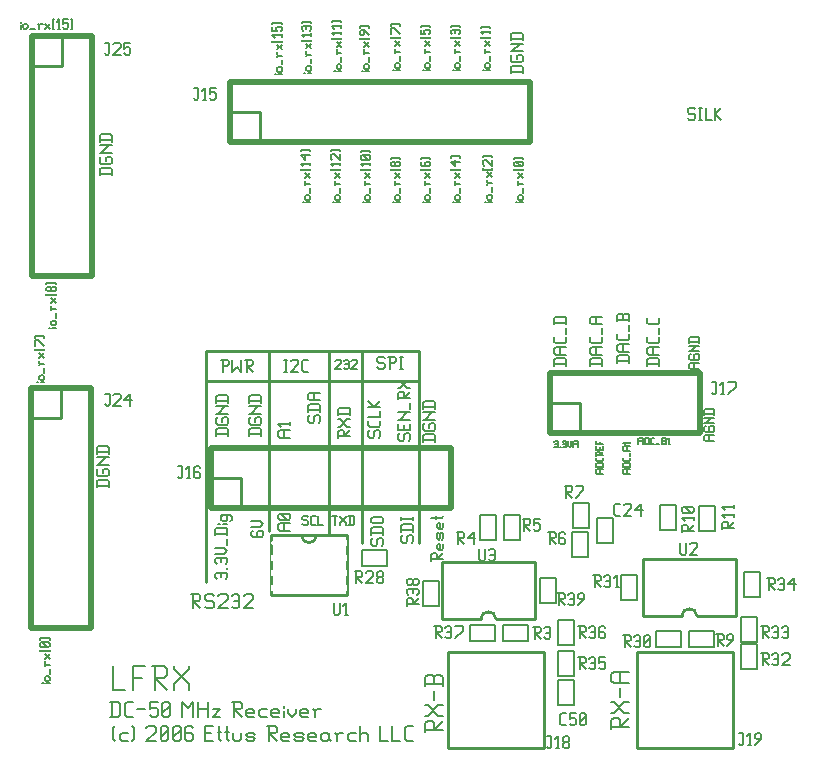
<source format=gbr>
G04 Title: RX Daughterboard, silkscreen, component side *
G04 Creator: pcb-bin 1.99q *
G04 CreationDate: Thu Mar  2 20:16:20 2006 UTC *
G04 For: matt *
G04 Format: Gerber/RS-274X *
G04 PCB-Dimensions: 275000 250000 *
G04 PCB-Coordinate-Origin: lower left *
%MOIN*%
%FSLAX24Y24*%
%IPPOS*%
%ADD11C,0.0080*%
%ADD12C,0.0280*%
%ADD13C,0.0100*%
%ADD14C,0.0300*%
%ADD15R,0.0240X0.0240*%
%ADD16R,0.0440X0.0440*%
%ADD17R,0.0300X0.0300*%
%ADD18C,0.0060*%
%ADD19R,0.0200X0.0200*%
%ADD20R,0.0540X0.0540*%
%ADD21C,0.0200*%
%ADD22C,0.0500*%
%ADD23R,0.0500X0.0500*%
%ADD24R,0.0600X0.0600*%
%ADD25R,0.0660X0.0660*%
%ADD26R,0.0900X0.0900X0.0600X0.0600*%
%ADD27R,0.0900X0.0900*%
%ADD28C,0.0600*%
%ADD29C,0.0660*%
%AMTHERM1*7,0,0,0.0900,0.0600,0.0100,45*%
%ADD30THERM1*%
%ADD31C,0.0900X0.0600*%
%ADD32C,0.0900*%
%ADD33C,0.1200X0.0900*%
%ADD34C,0.1200*%
%ADD35C,0.0150*%
%AMTHERM2*7,0,0,0.1200,0.0900,0.0150,45*%
%ADD36THERM2*%
%ADD37C,0.0720*%
%ADD38C,0.0920X0.0720*%
%ADD39C,0.0920*%
%ADD40C,0.0240*%
%ADD41C,0.0340*%
%ADD42C,0.1320*%
%ADD43C,0.1100*%
%ADD44C,0.1520*%
%ADD45C,0.1520X0.1320*%
%ADD46C,0.0400*%
%ADD47C,0.0600X0.0400*%
%AMTHERM3*7,0,0,0.0600,0.0400,0.0100,45*%
%ADD48THERM3*%
%ADD49C,0.0360*%
%ADD50C,0.0560*%
%ADD51C,0.0560X0.0360*%
%AMTHERM4*7,0,0,0.0560,0.0360,0.0080,45*%
%ADD52THERM4*%
%LNGROUP_3*%
%LPD*%
G01X0Y0D02*
G54D18*X18130Y1680D02*X18670D01*
Y2520D02*Y1680D01*
X18130Y2520D02*X18670D01*
X18130D02*Y1680D01*
G04 Text: C50 *
G54D11*X18250Y1020D02*X18400D01*
X18200Y1070D02*X18250Y1020D01*
X18200Y1370D02*Y1070D01*
Y1370D02*X18250Y1420D01*
X18400D01*
X18520D02*X18720D01*
X18520D02*Y1220D01*
X18570Y1270D01*
X18670D01*
X18720Y1220D01*
Y1070D01*
X18670Y1020D02*X18720Y1070D01*
X18570Y1020D02*X18670D01*
X18520Y1070D02*X18570Y1020D01*
X18840Y1070D02*X18890Y1020D01*
X18840Y1370D02*Y1070D01*
Y1370D02*X18890Y1420D01*
X18990D01*
X19040Y1370D01*
Y1070D01*
X18990Y1020D02*X19040Y1070D01*
X18890Y1020D02*X18990D01*
X18840Y1120D02*X19040Y1320D01*
G54D18*X18130Y2640D02*X18670D01*
Y3480D02*Y2640D01*
X18130Y3480D02*X18670D01*
X18130D02*Y2640D01*
G04 Text: R35 *
G54D11*X18800Y3280D02*X19000D01*
X19050Y3230D01*
Y3130D01*
X19000Y3080D02*X19050Y3130D01*
X18850Y3080D02*X19000D01*
X18850Y3280D02*Y2880D01*
Y3080D02*X19050Y2880D01*
X19170Y3230D02*X19220Y3280D01*
X19320D01*
X19370Y3230D01*
Y2930D01*
X19320Y2880D02*X19370Y2930D01*
X19220Y2880D02*X19320D01*
X19170Y2930D02*X19220Y2880D01*
Y3080D02*X19370D01*
X19490Y3280D02*X19690D01*
X19490D02*Y3080D01*
X19540Y3130D01*
X19640D01*
X19690Y3080D01*
Y2930D01*
X19640Y2880D02*X19690Y2930D01*
X19540Y2880D02*X19640D01*
X19490Y2930D02*X19540Y2880D01*
G54D13*X17350Y6450D02*Y4550D01*
X14250Y6450D02*X17350D01*
X14250D02*Y4550D01*
X16050D02*X17350D01*
X14250D02*X15550D01*
X16050D02*G75*G03X15550Y4550I-250J0D01*G01*
G04 Text: U3 *
G54D11*X15500Y6900D02*Y6550D01*
X15550Y6500D01*
X15650D01*
X15700Y6550D01*
Y6900D02*Y6550D01*
X15820Y6850D02*X15870Y6900D01*
X15970D01*
X16020Y6850D01*
Y6550D01*
X15970Y6500D02*X16020Y6550D01*
X15870Y6500D02*X15970D01*
X15820Y6550D02*X15870Y6500D01*
Y6700D02*X16020D01*
G54D18*X17530Y5080D02*X18070D01*
Y5920D02*Y5080D01*
X17530Y5920D02*X18070D01*
X17530D02*Y5080D01*
G04 Text: R39 *
G54D11*X18100Y5420D02*X18300D01*
X18350Y5370D01*
Y5270D01*
X18300Y5220D02*X18350Y5270D01*
X18150Y5220D02*X18300D01*
X18150Y5420D02*Y5020D01*
Y5220D02*X18350Y5020D01*
X18470Y5370D02*X18520Y5420D01*
X18620D01*
X18670Y5370D01*
Y5070D01*
X18620Y5020D02*X18670Y5070D01*
X18520Y5020D02*X18620D01*
X18470Y5070D02*X18520Y5020D01*
Y5220D02*X18670D01*
X18790Y5020D02*X18990Y5220D01*
Y5370D02*Y5220D01*
X18940Y5420D02*X18990Y5370D01*
X18840Y5420D02*X18940D01*
X18790Y5370D02*X18840Y5420D01*
X18790Y5370D02*Y5270D01*
X18840Y5220D01*
X18990D01*
G54D18*X13630Y4980D02*X14170D01*
Y5820D02*Y4980D01*
X13630Y5820D02*X14170D01*
X13630D02*Y4980D01*
G04 Text: R38 *
G54D11*X13080Y5200D02*Y5000D01*
Y5200D02*X13130Y5250D01*
X13230D01*
X13280Y5200D02*X13230Y5250D01*
X13280Y5200D02*Y5050D01*
X13080D02*X13480D01*
X13280D02*X13480Y5250D01*
X13130Y5370D02*X13080Y5420D01*
Y5520D02*Y5420D01*
Y5520D02*X13130Y5570D01*
X13430D01*
X13480Y5520D02*X13430Y5570D01*
X13480Y5520D02*Y5420D01*
X13430Y5370D02*X13480Y5420D01*
X13280Y5570D02*Y5420D01*
X13430Y5690D02*X13480Y5740D01*
X13330Y5690D02*X13430D01*
X13330D02*X13280Y5740D01*
Y5840D02*Y5740D01*
Y5840D02*X13330Y5890D01*
X13430D01*
X13480Y5840D02*X13430Y5890D01*
X13480Y5840D02*Y5740D01*
X13230Y5690D02*X13280Y5740D01*
X13130Y5690D02*X13230D01*
X13130D02*X13080Y5740D01*
Y5840D02*Y5740D01*
Y5840D02*X13130Y5890D01*
X13230D01*
X13280Y5840D02*X13230Y5890D01*
G54D18*X18130Y3680D02*X18670D01*
Y4520D02*Y3680D01*
X18130Y4520D02*X18670D01*
X18130D02*Y3680D01*
G04 Text: R36 *
G54D11*X18800Y4320D02*X19000D01*
X19050Y4270D01*
Y4170D01*
X19000Y4120D02*X19050Y4170D01*
X18850Y4120D02*X19000D01*
X18850Y4320D02*Y3920D01*
Y4120D02*X19050Y3920D01*
X19170Y4270D02*X19220Y4320D01*
X19320D01*
X19370Y4270D01*
Y3970D01*
X19320Y3920D02*X19370Y3970D01*
X19220Y3920D02*X19320D01*
X19170Y3970D02*X19220Y3920D01*
Y4120D02*X19370D01*
X19640Y4320D02*X19690Y4270D01*
X19540Y4320D02*X19640D01*
X19490Y4270D02*X19540Y4320D01*
X19490Y4270D02*Y3970D01*
X19540Y3920D01*
X19640Y4120D02*X19690Y4070D01*
X19490Y4120D02*X19640D01*
X19540Y3920D02*X19640D01*
X19690Y3970D01*
Y4070D02*Y3970D01*
G54D18*X20230Y5180D02*X20770D01*
Y6020D02*Y5180D01*
X20230Y6020D02*X20770D01*
X20230D02*Y5180D01*
G04 Text: R31 *
G54D11*X19300Y6020D02*X19500D01*
X19550Y5970D01*
Y5870D01*
X19500Y5820D02*X19550Y5870D01*
X19350Y5820D02*X19500D01*
X19350Y6020D02*Y5620D01*
Y5820D02*X19550Y5620D01*
X19670Y5970D02*X19720Y6020D01*
X19820D01*
X19870Y5970D01*
Y5670D01*
X19820Y5620D02*X19870Y5670D01*
X19720Y5620D02*X19820D01*
X19670Y5670D02*X19720Y5620D01*
Y5820D02*X19870D01*
X20040Y5620D02*X20140D01*
X20090Y6020D02*Y5620D01*
X19990Y5920D02*X20090Y6020D01*
G54D18*X22220Y4170D02*Y3630D01*
X21380Y4170D02*X22220D01*
X21380D02*Y3630D01*
X22220D01*
G04 Text: R30 *
G54D11*X20300Y4020D02*X20500D01*
X20550Y3970D01*
Y3870D01*
X20500Y3820D02*X20550Y3870D01*
X20350Y3820D02*X20500D01*
X20350Y4020D02*Y3620D01*
Y3820D02*X20550Y3620D01*
X20670Y3970D02*X20720Y4020D01*
X20820D01*
X20870Y3970D01*
Y3670D01*
X20820Y3620D02*X20870Y3670D01*
X20720Y3620D02*X20820D01*
X20670Y3670D02*X20720Y3620D01*
Y3820D02*X20870D01*
X20990Y3670D02*X21040Y3620D01*
X20990Y3970D02*Y3670D01*
Y3970D02*X21040Y4020D01*
X21140D01*
X21190Y3970D01*
Y3670D01*
X21140Y3620D02*X21190Y3670D01*
X21040Y3620D02*X21140D01*
X20990Y3720D02*X21190Y3920D01*
G54D13*X24050Y6550D02*Y4650D01*
X20950Y6550D02*X24050D01*
X20950D02*Y4650D01*
X22750D02*X24050D01*
X20950D02*X22250D01*
X22750D02*G75*G03X22250Y4650I-250J0D01*G01*
G04 Text: U2 *
G54D11*X22200Y7100D02*Y6750D01*
X22250Y6700D01*
X22350D01*
X22400Y6750D01*
Y7100D02*Y6750D01*
X22520Y7050D02*X22570Y7100D01*
X22720D01*
X22770Y7050D01*
Y6950D01*
X22520Y6700D02*X22770Y6950D01*
X22520Y6700D02*X22770D01*
G54D13*X8560Y7350D02*X10070D01*
X9570D02*X11080D01*
Y5350D01*
X8560D02*X11080D01*
X8560Y7350D02*Y5350D01*
X9570Y7350D02*G75*G03X10070Y7350I250J0D01*G01*
G04 Text: U1 *
G54D11*X10650Y5100D02*Y4750D01*
X10700Y4700D01*
X10800D01*
X10850Y4750D01*
Y5100D02*Y4750D01*
X11020Y4700D02*X11120D01*
X11070Y5100D02*Y4700D01*
X10970Y5000D02*X11070Y5100D01*
G54D18*X24330Y5280D02*X24870D01*
Y6120D02*Y5280D01*
X24330Y6120D02*X24870D01*
X24330D02*Y5280D01*
G04 Text: R34 *
G54D11*X25100Y5920D02*X25300D01*
X25350Y5870D01*
Y5770D01*
X25300Y5720D02*X25350Y5770D01*
X25150Y5720D02*X25300D01*
X25150Y5920D02*Y5520D01*
Y5720D02*X25350Y5520D01*
X25470Y5870D02*X25520Y5920D01*
X25620D01*
X25670Y5870D01*
Y5570D01*
X25620Y5520D02*X25670Y5570D01*
X25520Y5520D02*X25620D01*
X25470Y5570D02*X25520Y5520D01*
Y5720D02*X25670D01*
X25790D02*X25990Y5920D01*
X25790Y5720D02*X26040D01*
X25990Y5920D02*Y5520D01*
G54D18*X24230Y3780D02*X24770D01*
Y4620D02*Y3780D01*
X24230Y4620D02*X24770D01*
X24230D02*Y3780D01*
G04 Text: R33 *
G54D11*X24900Y4320D02*X25100D01*
X25150Y4270D01*
Y4170D01*
X25100Y4120D02*X25150Y4170D01*
X24950Y4120D02*X25100D01*
X24950Y4320D02*Y3920D01*
Y4120D02*X25150Y3920D01*
X25270Y4270D02*X25320Y4320D01*
X25420D01*
X25470Y4270D01*
Y3970D01*
X25420Y3920D02*X25470Y3970D01*
X25320Y3920D02*X25420D01*
X25270Y3970D02*X25320Y3920D01*
Y4120D02*X25470D01*
X25590Y4270D02*X25640Y4320D01*
X25740D01*
X25790Y4270D01*
Y3970D01*
X25740Y3920D02*X25790Y3970D01*
X25640Y3920D02*X25740D01*
X25590Y3970D02*X25640Y3920D01*
Y4120D02*X25790D01*
G54D21*X600Y24000D02*Y16000D01*
X2600D01*
Y24000D02*Y16000D01*
X600Y24000D02*X2600D01*
G54D13*X600Y23000D02*X1600D01*
Y24000D02*Y23000D01*
G04 Text: J25 *
G54D11*X3020Y23760D02*X3170D01*
Y23410D01*
X3120Y23360D02*X3170Y23410D01*
X3070Y23360D02*X3120D01*
X3020Y23410D02*X3070Y23360D01*
X3290Y23710D02*X3340Y23760D01*
X3490D01*
X3540Y23710D01*
Y23610D01*
X3290Y23360D02*X3540Y23610D01*
X3290Y23360D02*X3540D01*
X3660Y23760D02*X3860D01*
X3660D02*Y23560D01*
X3710Y23610D01*
X3810D01*
X3860Y23560D01*
Y23410D01*
X3810Y23360D02*X3860Y23410D01*
X3710Y23360D02*X3810D01*
X3660Y23410D02*X3710Y23360D01*
G54D21*X550Y12250D02*Y4250D01*
X2550D01*
Y12250D02*Y4250D01*
X550Y12250D02*X2550D01*
G54D13*X550Y11250D02*X1550D01*
Y12250D02*Y11250D01*
G04 Text: J24 *
G54D11*X3030Y12060D02*X3180D01*
Y11710D01*
X3130Y11660D02*X3180Y11710D01*
X3080Y11660D02*X3130D01*
X3030Y11710D02*X3080Y11660D01*
X3300Y12010D02*X3350Y12060D01*
X3500D01*
X3550Y12010D01*
Y11910D01*
X3300Y11660D02*X3550Y11910D01*
X3300Y11660D02*X3550D01*
X3670Y11860D02*X3870Y12060D01*
X3670Y11860D02*X3920D01*
X3870Y12060D02*Y11660D01*
G54D18*X16020Y4370D02*Y3830D01*
X15180Y4370D02*X16020D01*
X15180D02*Y3830D01*
X16020D01*
G04 Text: R37 *
G54D11*X14000Y4320D02*X14200D01*
X14250Y4270D01*
Y4170D01*
X14200Y4120D02*X14250Y4170D01*
X14050Y4120D02*X14200D01*
X14050Y4320D02*Y3920D01*
Y4120D02*X14250Y3920D01*
X14370Y4270D02*X14420Y4320D01*
X14520D01*
X14570Y4270D01*
Y3970D01*
X14520Y3920D02*X14570Y3970D01*
X14420Y3920D02*X14520D01*
X14370Y3970D02*X14420Y3920D01*
Y4120D02*X14570D01*
X14690Y3920D02*X14940Y4170D01*
Y4320D02*Y4170D01*
X14690Y4320D02*X14940D01*
G54D21*X6550Y8250D02*X14550D01*
Y10250D02*Y8250D01*
X6550Y10250D02*X14550D01*
X6550D02*Y8250D01*
G54D13*X7550Y9250D02*Y8250D01*
X6550Y9250D02*X7550D01*
G04 Text: J16 *
G54D11*X5450Y9650D02*X5600D01*
Y9300D01*
X5550Y9250D02*X5600Y9300D01*
X5500Y9250D02*X5550D01*
X5450Y9300D02*X5500Y9250D01*
X5770D02*X5870D01*
X5820Y9650D02*Y9250D01*
X5720Y9550D02*X5820Y9650D01*
X6140D02*X6190Y9600D01*
X6040Y9650D02*X6140D01*
X5990Y9600D02*X6040Y9650D01*
X5990Y9600D02*Y9300D01*
X6040Y9250D01*
X6140Y9450D02*X6190Y9400D01*
X5990Y9450D02*X6140D01*
X6040Y9250D02*X6140D01*
X6190Y9300D01*
Y9400D02*Y9300D01*
G54D18*X12420Y6870D02*Y6330D01*
X11580Y6870D02*X12420D01*
X11580D02*Y6330D01*
X12420D01*
G04 Text: R28 *
G54D11*X11350Y6150D02*X11550D01*
X11600Y6100D01*
Y6000D01*
X11550Y5950D02*X11600Y6000D01*
X11400Y5950D02*X11550D01*
X11400Y6150D02*Y5750D01*
Y5950D02*X11600Y5750D01*
X11720Y6100D02*X11770Y6150D01*
X11920D01*
X11970Y6100D01*
Y6000D01*
X11720Y5750D02*X11970Y6000D01*
X11720Y5750D02*X11970D01*
X12090Y5800D02*X12140Y5750D01*
X12090Y5900D02*Y5800D01*
Y5900D02*X12140Y5950D01*
X12240D01*
X12290Y5900D01*
Y5800D01*
X12240Y5750D02*X12290Y5800D01*
X12140Y5750D02*X12240D01*
X12090Y6000D02*X12140Y5950D01*
X12090Y6100D02*Y6000D01*
Y6100D02*X12140Y6150D01*
X12240D01*
X12290Y6100D01*
Y6000D01*
X12240Y5950D02*X12290Y6000D01*
G54D18*X15530Y7180D02*X16070D01*
Y8020D02*Y7180D01*
X15530Y8020D02*X16070D01*
X15530D02*Y7180D01*
G04 Text: R4 *
G54D11*X14750Y7450D02*X14950D01*
X15000Y7400D01*
Y7300D01*
X14950Y7250D02*X15000Y7300D01*
X14800Y7250D02*X14950D01*
X14800Y7450D02*Y7050D01*
Y7250D02*X15000Y7050D01*
X15120Y7250D02*X15320Y7450D01*
X15120Y7250D02*X15370D01*
X15320Y7450D02*Y7050D01*
G54D18*X18630Y7580D02*X19170D01*
Y8420D02*Y7580D01*
X18630Y8420D02*X19170D01*
X18630D02*Y7580D01*
G04 Text: R7 *
G54D11*X18350Y9000D02*X18550D01*
X18600Y8950D01*
Y8850D01*
X18550Y8800D02*X18600Y8850D01*
X18400Y8800D02*X18550D01*
X18400Y9000D02*Y8600D01*
Y8800D02*X18600Y8600D01*
X18720D02*X18970Y8850D01*
Y9000D02*Y8850D01*
X18720Y9000D02*X18970D01*
G54D18*X18580Y6630D02*X19120D01*
Y7470D02*Y6630D01*
X18580Y7470D02*X19120D01*
X18580D02*Y6630D01*
G04 Text: R6 *
G54D11*X17800Y7450D02*X18000D01*
X18050Y7400D01*
Y7300D01*
X18000Y7250D02*X18050Y7300D01*
X17850Y7250D02*X18000D01*
X17850Y7450D02*Y7050D01*
Y7250D02*X18050Y7050D01*
X18320Y7450D02*X18370Y7400D01*
X18220Y7450D02*X18320D01*
X18170Y7400D02*X18220Y7450D01*
X18170Y7400D02*Y7100D01*
X18220Y7050D01*
X18320Y7250D02*X18370Y7200D01*
X18170Y7250D02*X18320D01*
X18220Y7050D02*X18320D01*
X18370Y7100D01*
Y7200D02*Y7100D01*
G54D18*X19430Y7920D02*Y7080D01*
Y7920D02*X19970D01*
Y7080D01*
X19430D02*X19970D01*
G04 Text: C24 *
G54D11*X20050Y8000D02*X20200D01*
X20000Y8050D02*X20050Y8000D01*
X20000Y8350D02*Y8050D01*
Y8350D02*X20050Y8400D01*
X20200D01*
X20320Y8350D02*X20370Y8400D01*
X20520D01*
X20570Y8350D01*
Y8250D01*
X20320Y8000D02*X20570Y8250D01*
X20320Y8000D02*X20570D01*
X20690Y8200D02*X20890Y8400D01*
X20690Y8200D02*X20940D01*
X20890Y8400D02*Y8000D01*
G54D18*X22480Y4170D02*Y3630D01*
X23320D01*
Y4170D02*Y3630D01*
X22480Y4170D02*X23320D01*
G04 Text: R9 *
G54D11*X23400Y4050D02*X23600D01*
X23650Y4000D01*
Y3900D01*
X23600Y3850D02*X23650Y3900D01*
X23450Y3850D02*X23600D01*
X23450Y4050D02*Y3650D01*
Y3850D02*X23650Y3650D01*
X23770D02*X23970Y3850D01*
Y4000D02*Y3850D01*
X23920Y4050D02*X23970Y4000D01*
X23820Y4050D02*X23920D01*
X23770Y4000D02*X23820Y4050D01*
X23770Y4000D02*Y3900D01*
X23820Y3850D01*
X23970D01*
G54D18*X22830Y7480D02*X23370D01*
Y8320D02*Y7480D01*
X22830Y8320D02*X23370D01*
X22830D02*Y7480D01*
G04 Text: R11 *
G54D11*X23600Y7750D02*Y7550D01*
Y7750D02*X23650Y7800D01*
X23750D01*
X23800Y7750D02*X23750Y7800D01*
X23800Y7750D02*Y7600D01*
X23600D02*X24000D01*
X23800D02*X24000Y7800D01*
Y8070D02*Y7970D01*
X23600Y8020D02*X24000D01*
X23700Y7920D02*X23600Y8020D01*
X24000Y8340D02*Y8240D01*
X23600Y8290D02*X24000D01*
X23700Y8190D02*X23600Y8290D01*
G54D18*X16330Y7180D02*X16870D01*
Y8020D02*Y7180D01*
X16330Y8020D02*X16870D01*
X16330D02*Y7180D01*
G04 Text: R5 *
G54D11*X16950Y7900D02*X17150D01*
X17200Y7850D01*
Y7750D01*
X17150Y7700D02*X17200Y7750D01*
X17000Y7700D02*X17150D01*
X17000Y7900D02*Y7500D01*
Y7700D02*X17200Y7500D01*
X17320Y7900D02*X17520D01*
X17320D02*Y7700D01*
X17370Y7750D01*
X17470D01*
X17520Y7700D01*
Y7550D01*
X17470Y7500D02*X17520Y7550D01*
X17370Y7500D02*X17470D01*
X17320Y7550D02*X17370Y7500D01*
G54D13*X23950Y3450D02*Y250D01*
X20750D02*X23950D01*
X20750Y3450D02*Y250D01*
Y3450D02*X23950D01*
G04 Text: J19 *
G54D11*X24150Y750D02*X24300D01*
Y400D01*
X24250Y350D02*X24300Y400D01*
X24200Y350D02*X24250D01*
X24150Y400D02*X24200Y350D01*
X24470D02*X24570D01*
X24520Y750D02*Y350D01*
X24420Y650D02*X24520Y750D01*
X24690Y350D02*X24890Y550D01*
Y700D02*Y550D01*
X24840Y750D02*X24890Y700D01*
X24740Y750D02*X24840D01*
X24690Y700D02*X24740Y750D01*
X24690Y700D02*Y600D01*
X24740Y550D01*
X24890D01*
G54D13*X17650Y3450D02*Y250D01*
X14450D02*X17650D01*
X14450Y3450D02*Y250D01*
Y3450D02*X17650D01*
G04 Text: J18 *
G54D11*X17750Y650D02*X17900D01*
Y300D01*
X17850Y250D02*X17900Y300D01*
X17800Y250D02*X17850D01*
X17750Y300D02*X17800Y250D01*
X18070D02*X18170D01*
X18120Y650D02*Y250D01*
X18020Y550D02*X18120Y650D01*
X18290Y300D02*X18340Y250D01*
X18290Y400D02*Y300D01*
Y400D02*X18340Y450D01*
X18440D01*
X18490Y400D01*
Y300D01*
X18440Y250D02*X18490Y300D01*
X18340Y250D02*X18440D01*
X18290Y500D02*X18340Y450D01*
X18290Y600D02*Y500D01*
Y600D02*X18340Y650D01*
X18440D01*
X18490Y600D01*
Y500D01*
X18440Y450D02*X18490Y500D01*
G54D21*X17850Y10750D02*X22850D01*
Y12750D02*Y10750D01*
X17850Y12750D02*X22850D01*
X17850D02*Y10750D01*
G54D13*X18850Y11750D02*Y10750D01*
X17850Y11750D02*X18850D01*
G04 Text: J17 *
G54D11*X23250Y12450D02*X23400D01*
Y12100D01*
X23350Y12050D02*X23400Y12100D01*
X23300Y12050D02*X23350D01*
X23250Y12100D02*X23300Y12050D01*
X23570D02*X23670D01*
X23620Y12450D02*Y12050D01*
X23520Y12350D02*X23620Y12450D01*
X23790Y12050D02*X24040Y12300D01*
Y12450D02*Y12300D01*
X23790Y12450D02*X24040D01*
G54D21*X7200Y20450D02*X17200D01*
Y22450D02*Y20450D01*
X7200Y22450D02*X17200D01*
X7200D02*Y20450D01*
G54D13*X8200Y21450D02*Y20450D01*
X7200Y21450D02*X8200D01*
G04 Text: J15 *
G54D11*X5980Y22270D02*X6130D01*
Y21920D01*
X6080Y21870D02*X6130Y21920D01*
X6030Y21870D02*X6080D01*
X5980Y21920D02*X6030Y21870D01*
X6300D02*X6400D01*
X6350Y22270D02*Y21870D01*
X6250Y22170D02*X6350Y22270D01*
X6520D02*X6720D01*
X6520D02*Y22070D01*
X6570Y22120D01*
X6670D01*
X6720Y22070D01*
Y21920D01*
X6670Y21870D02*X6720Y21920D01*
X6570Y21870D02*X6670D01*
X6520Y21920D02*X6570Y21870D01*
G54D18*X21530Y7530D02*X22070D01*
Y8370D02*Y7530D01*
X21530Y8370D02*X22070D01*
X21530D02*Y7530D01*
G04 Text: R10 *
G54D11*X22250Y7650D02*Y7450D01*
Y7650D02*X22300Y7700D01*
X22400D01*
X22450Y7650D02*X22400Y7700D01*
X22450Y7650D02*Y7500D01*
X22250D02*X22650D01*
X22450D02*X22650Y7700D01*
Y7970D02*Y7870D01*
X22250Y7920D02*X22650D01*
X22350Y7820D02*X22250Y7920D01*
X22600Y8090D02*X22650Y8140D01*
X22300Y8090D02*X22600D01*
X22300D02*X22250Y8140D01*
Y8240D02*Y8140D01*
Y8240D02*X22300Y8290D01*
X22600D01*
X22650Y8240D02*X22600Y8290D01*
X22650Y8240D02*Y8140D01*
X22550Y8090D02*X22350Y8290D01*
G54D18*X24230Y2880D02*X24770D01*
Y3720D02*Y2880D01*
X24230Y3720D02*X24770D01*
X24230D02*Y2880D01*
G04 Text: R32 *
G54D11*X24900Y3420D02*X25100D01*
X25150Y3370D01*
Y3270D01*
X25100Y3220D02*X25150Y3270D01*
X24950Y3220D02*X25100D01*
X24950Y3420D02*Y3020D01*
Y3220D02*X25150Y3020D01*
X25270Y3370D02*X25320Y3420D01*
X25420D01*
X25470Y3370D01*
Y3070D01*
X25420Y3020D02*X25470Y3070D01*
X25320Y3020D02*X25420D01*
X25270Y3070D02*X25320Y3020D01*
Y3220D02*X25470D01*
X25590Y3370D02*X25640Y3420D01*
X25790D01*
X25840Y3370D01*
Y3270D01*
X25590Y3020D02*X25840Y3270D01*
X25590Y3020D02*X25840D01*
G54D18*X16280Y4370D02*Y3830D01*
X17120D01*
Y4370D02*Y3830D01*
X16280Y4370D02*X17120D01*
G04 Text: R3 *
G54D11*X17300Y4300D02*X17500D01*
X17550Y4250D01*
Y4150D01*
X17500Y4100D02*X17550Y4150D01*
X17350Y4100D02*X17500D01*
X17350Y4300D02*Y3900D01*
Y4100D02*X17550Y3900D01*
X17670Y4250D02*X17720Y4300D01*
X17820D01*
X17870Y4250D01*
Y3950D01*
X17820Y3900D02*X17870Y3950D01*
X17720Y3900D02*X17820D01*
X17670Y3950D02*X17720Y3900D01*
Y4100D02*X17870D01*
G54D13*X6400Y12500D02*X13500D01*
Y13500D02*Y7100D01*
X11600Y13500D02*Y7100D01*
X10500Y13500D02*Y7400D01*
X8500Y13500D02*Y7500D01*
X6400Y13500D02*X13500D01*
X6400Y5800D02*Y13500D01*
G04 Text: LFRX *
G54D11*X3300Y3000D02*Y2200D01*
X3700D01*
X3940Y3000D02*Y2200D01*
Y3000D02*X4340D01*
X3940Y2600D02*X4240D01*
X4580Y3000D02*X4980D01*
X5080Y2900D01*
Y2700D01*
X4980Y2600D02*X5080Y2700D01*
X4680Y2600D02*X4980D01*
X4680Y3000D02*Y2200D01*
Y2600D02*X5080Y2200D01*
X5320Y3000D02*Y2900D01*
X5820Y2400D01*
Y2200D01*
X5320Y2400D02*Y2200D01*
Y2400D02*X5820Y2900D01*
Y3000D02*Y2900D01*
G04 Text: DC-50 MHz Receiver *
X3265Y1800D02*Y1280D01*
X3460Y1800D02*X3525Y1735D01*
Y1345D01*
X3460Y1280D02*X3525Y1345D01*
X3200Y1280D02*X3460D01*
X3200Y1800D02*X3460D01*
X3746Y1280D02*X3941D01*
X3681Y1345D02*X3746Y1280D01*
X3681Y1735D02*Y1345D01*
Y1735D02*X3746Y1800D01*
X3941D01*
X4097Y1540D02*X4357D01*
X4513Y1800D02*X4773D01*
X4513D02*Y1540D01*
X4578Y1605D01*
X4708D01*
X4773Y1540D01*
Y1345D01*
X4708Y1280D02*X4773Y1345D01*
X4578Y1280D02*X4708D01*
X4513Y1345D02*X4578Y1280D01*
X4929Y1345D02*X4994Y1280D01*
X4929Y1735D02*Y1345D01*
Y1735D02*X4994Y1800D01*
X5124D01*
X5189Y1735D01*
Y1345D01*
X5124Y1280D02*X5189Y1345D01*
X4994Y1280D02*X5124D01*
X4929Y1410D02*X5189Y1670D01*
X5579Y1800D02*Y1280D01*
Y1800D02*X5774Y1605D01*
X5969Y1800D01*
Y1280D01*
X6125Y1800D02*Y1280D01*
X6450Y1800D02*Y1280D01*
X6125Y1540D02*X6450D01*
X6606D02*X6866D01*
X6606Y1280D02*X6866Y1540D01*
X6606Y1280D02*X6866D01*
X7257Y1800D02*X7517D01*
X7582Y1735D01*
Y1605D01*
X7517Y1540D02*X7582Y1605D01*
X7322Y1540D02*X7517D01*
X7322Y1800D02*Y1280D01*
Y1540D02*X7582Y1280D01*
X7803D02*X7998D01*
X7738Y1345D02*X7803Y1280D01*
X7738Y1475D02*Y1345D01*
Y1475D02*X7803Y1540D01*
X7933D01*
X7998Y1475D01*
X7738Y1410D02*X7998D01*
Y1475D02*Y1410D01*
X8219Y1540D02*X8414D01*
X8154Y1475D02*X8219Y1540D01*
X8154Y1475D02*Y1345D01*
X8219Y1280D01*
X8414D01*
X8635D02*X8830D01*
X8570Y1345D02*X8635Y1280D01*
X8570Y1475D02*Y1345D01*
Y1475D02*X8635Y1540D01*
X8765D01*
X8830Y1475D01*
X8570Y1410D02*X8830D01*
Y1475D02*Y1410D01*
X8986Y1670D02*Y1605D01*
Y1475D02*Y1280D01*
X9116Y1540D02*Y1410D01*
X9246Y1280D01*
X9376Y1410D01*
Y1540D02*Y1410D01*
X9597Y1280D02*X9792D01*
X9532Y1345D02*X9597Y1280D01*
X9532Y1475D02*Y1345D01*
Y1475D02*X9597Y1540D01*
X9727D01*
X9792Y1475D01*
X9532Y1410D02*X9792D01*
Y1475D02*Y1410D01*
X10013Y1475D02*Y1280D01*
Y1475D02*X10078Y1540D01*
X10208D01*
X9948D02*X10013Y1475D01*
G04 Text: (c) 2006 Ettus Research LLC *
X3300Y545D02*X3365Y480D01*
X3300Y935D02*X3365Y1000D01*
X3300Y935D02*Y545D01*
X3586Y740D02*X3781D01*
X3521Y675D02*X3586Y740D01*
X3521Y675D02*Y545D01*
X3586Y480D01*
X3781D01*
X3937Y1000D02*X4002Y935D01*
Y545D01*
X3937Y480D02*X4002Y545D01*
X4392Y935D02*X4457Y1000D01*
X4652D01*
X4717Y935D01*
Y805D01*
X4392Y480D02*X4717Y805D01*
X4392Y480D02*X4717D01*
X4873Y545D02*X4938Y480D01*
X4873Y935D02*Y545D01*
Y935D02*X4938Y1000D01*
X5068D01*
X5133Y935D01*
Y545D01*
X5068Y480D02*X5133Y545D01*
X4938Y480D02*X5068D01*
X4873Y610D02*X5133Y870D01*
X5289Y545D02*X5354Y480D01*
X5289Y935D02*Y545D01*
Y935D02*X5354Y1000D01*
X5484D01*
X5549Y935D01*
Y545D01*
X5484Y480D02*X5549Y545D01*
X5354Y480D02*X5484D01*
X5289Y610D02*X5549Y870D01*
X5900Y1000D02*X5965Y935D01*
X5770Y1000D02*X5900D01*
X5705Y935D02*X5770Y1000D01*
X5705Y935D02*Y545D01*
X5770Y480D01*
X5900Y740D02*X5965Y675D01*
X5705Y740D02*X5900D01*
X5770Y480D02*X5900D01*
X5965Y545D01*
Y675D02*Y545D01*
X6355Y740D02*X6550D01*
X6355Y480D02*X6615D01*
X6355Y1000D02*Y480D01*
Y1000D02*X6615D01*
X6837D02*Y545D01*
X6902Y480D01*
X6772Y805D02*X6902D01*
X7097Y1000D02*Y545D01*
X7162Y480D01*
X7032Y805D02*X7162D01*
X7292Y740D02*Y545D01*
X7357Y480D01*
X7487D01*
X7552Y545D01*
Y740D02*Y545D01*
X7773Y480D02*X7968D01*
X8033Y545D01*
X7968Y610D02*X8033Y545D01*
X7773Y610D02*X7968D01*
X7708Y675D02*X7773Y610D01*
X7708Y675D02*X7773Y740D01*
X7968D01*
X8033Y675D01*
X7708Y545D02*X7773Y480D01*
X8423Y1000D02*X8683D01*
X8748Y935D01*
Y805D01*
X8683Y740D02*X8748Y805D01*
X8488Y740D02*X8683D01*
X8488Y1000D02*Y480D01*
Y740D02*X8748Y480D01*
X8969D02*X9164D01*
X8904Y545D02*X8969Y480D01*
X8904Y675D02*Y545D01*
Y675D02*X8969Y740D01*
X9099D01*
X9164Y675D01*
X8904Y610D02*X9164D01*
Y675D02*Y610D01*
X9385Y480D02*X9580D01*
X9645Y545D01*
X9580Y610D02*X9645Y545D01*
X9385Y610D02*X9580D01*
X9320Y675D02*X9385Y610D01*
X9320Y675D02*X9385Y740D01*
X9580D01*
X9645Y675D01*
X9320Y545D02*X9385Y480D01*
X9866D02*X10061D01*
X9801Y545D02*X9866Y480D01*
X9801Y675D02*Y545D01*
Y675D02*X9866Y740D01*
X9996D01*
X10061Y675D01*
X9801Y610D02*X10061D01*
Y675D02*Y610D01*
X10413Y740D02*X10478Y675D01*
X10283Y740D02*X10413D01*
X10218Y675D02*X10283Y740D01*
X10218Y675D02*Y545D01*
X10283Y480D01*
X10478Y740D02*Y545D01*
X10543Y480D01*
X10283D02*X10413D01*
X10478Y545D01*
X10764Y675D02*Y480D01*
Y675D02*X10829Y740D01*
X10959D01*
X10699D02*X10764Y675D01*
X11180Y740D02*X11375D01*
X11115Y675D02*X11180Y740D01*
X11115Y675D02*Y545D01*
X11180Y480D01*
X11375D01*
X11531Y1000D02*Y480D01*
Y675D02*X11596Y740D01*
X11726D01*
X11791Y675D01*
Y480D01*
X12181Y1000D02*Y480D01*
X12441D01*
X12597Y1000D02*Y480D01*
X12857D01*
X13078D02*X13273D01*
X13013Y545D02*X13078Y480D01*
X13013Y935D02*Y545D01*
Y935D02*X13078Y1000D01*
X13273D01*
G04 Text: AGND *
X22539Y12900D02*X22812D01*
X22539D02*X22500Y12939D01*
Y13056D02*Y12939D01*
Y13056D02*X22539Y13095D01*
X22812D01*
X22656D02*Y12900D01*
X22500Y13344D02*X22539Y13383D01*
X22500Y13344D02*Y13227D01*
X22539Y13188D02*X22500Y13227D01*
X22539Y13188D02*X22773D01*
X22812Y13227D01*
Y13344D02*Y13227D01*
Y13344D02*X22773Y13383D01*
X22695D02*X22773D01*
X22656Y13344D02*X22695Y13383D01*
X22656Y13344D02*Y13266D01*
X22500Y13477D02*X22812D01*
X22500D02*X22539D01*
X22734Y13672D01*
X22500D02*X22812D01*
X22500Y13805D02*X22812D01*
X22500Y13922D02*X22539Y13961D01*
X22773D01*
X22812Y13922D02*X22773Y13961D01*
X22812Y13922D02*Y13766D01*
X22500Y13922D02*Y13766D01*
G04 Text: ADCREF *
X19428Y9400D02*X19624D01*
X19428D02*X19400Y9428D01*
Y9512D02*Y9428D01*
Y9512D02*X19428Y9540D01*
X19624D01*
X19512D02*Y9400D01*
X19400Y9635D02*X19624D01*
X19400Y9719D02*X19428Y9747D01*
X19596D01*
X19624Y9719D02*X19596Y9747D01*
X19624Y9719D02*Y9607D01*
X19400Y9719D02*Y9607D01*
X19624Y9926D02*Y9842D01*
X19596Y9814D02*X19624Y9842D01*
X19428Y9814D02*X19596D01*
X19428D02*X19400Y9842D01*
Y9926D02*Y9842D01*
Y10105D02*Y9993D01*
Y10105D02*X19428Y10133D01*
X19484D01*
X19512Y10105D02*X19484Y10133D01*
X19512Y10105D02*Y10021D01*
X19400D02*X19624D01*
X19512D02*X19624Y10133D01*
X19512Y10285D02*Y10201D01*
X19624Y10313D02*Y10201D01*
X19400D02*X19624D01*
X19400Y10313D02*Y10201D01*
Y10380D02*X19624D01*
X19400Y10492D02*Y10380D01*
X19512Y10464D02*Y10380D01*
G04 Text: ADC_B1 *
X20800Y10572D02*Y10376D01*
Y10572D02*X20828Y10600D01*
X20912D01*
X20940Y10572D01*
Y10376D01*
X20800Y10488D02*X20940D01*
X21035Y10600D02*Y10376D01*
X21119Y10600D02*X21147Y10572D01*
Y10404D01*
X21119Y10376D02*X21147Y10404D01*
X21007Y10376D02*X21119D01*
X21007Y10600D02*X21119D01*
X21242Y10376D02*X21326D01*
X21214Y10404D02*X21242Y10376D01*
X21214Y10572D02*Y10404D01*
Y10572D02*X21242Y10600D01*
X21326D01*
X21393Y10376D02*X21505D01*
X21573D02*X21685D01*
X21713Y10404D01*
Y10460D02*Y10404D01*
X21685Y10488D02*X21713Y10460D01*
X21601Y10488D02*X21685D01*
X21601Y10600D02*Y10376D01*
X21573Y10600D02*X21685D01*
X21713Y10572D01*
Y10516D01*
X21685Y10488D02*X21713Y10516D01*
X21808Y10376D02*X21864D01*
X21836Y10600D02*Y10376D01*
X21780Y10544D02*X21836Y10600D01*
G04 Text: DAC_B *
X20100Y13150D02*X20500D01*
X20100Y13300D02*X20150Y13350D01*
X20450D01*
X20500Y13300D02*X20450Y13350D01*
X20500Y13300D02*Y13100D01*
X20100Y13300D02*Y13100D01*
X20150Y13470D02*X20500D01*
X20150D02*X20100Y13520D01*
Y13670D02*Y13520D01*
Y13670D02*X20150Y13720D01*
X20500D01*
X20300D02*Y13470D01*
X20500Y14040D02*Y13890D01*
X20450Y13840D02*X20500Y13890D01*
X20150Y13840D02*X20450D01*
X20150D02*X20100Y13890D01*
Y14040D02*Y13890D01*
X20500Y14360D02*Y14160D01*
Y14680D02*Y14480D01*
Y14680D02*X20450Y14730D01*
X20350D02*X20450D01*
X20300Y14680D02*X20350Y14730D01*
X20300Y14680D02*Y14530D01*
X20100D02*X20500D01*
X20100Y14680D02*Y14480D01*
Y14680D02*X20150Y14730D01*
X20250D01*
X20300Y14680D02*X20250Y14730D01*
G04 Text: DAC_A *
X19200Y13050D02*X19600D01*
X19200Y13200D02*X19250Y13250D01*
X19550D01*
X19600Y13200D02*X19550Y13250D01*
X19600Y13200D02*Y13000D01*
X19200Y13200D02*Y13000D01*
X19250Y13370D02*X19600D01*
X19250D02*X19200Y13420D01*
Y13570D02*Y13420D01*
Y13570D02*X19250Y13620D01*
X19600D01*
X19400D02*Y13370D01*
X19600Y13940D02*Y13790D01*
X19550Y13740D02*X19600Y13790D01*
X19250Y13740D02*X19550D01*
X19250D02*X19200Y13790D01*
Y13940D02*Y13790D01*
X19600Y14260D02*Y14060D01*
X19250Y14380D02*X19600D01*
X19250D02*X19200Y14430D01*
Y14580D02*Y14430D01*
Y14580D02*X19250Y14630D01*
X19600D01*
X19400D02*Y14380D01*
G04 Text: 3.3VA *
X18000Y10472D02*X18028Y10500D01*
X18084D01*
X18112Y10472D01*
Y10304D01*
X18084Y10276D02*X18112Y10304D01*
X18028Y10276D02*X18084D01*
X18000Y10304D02*X18028Y10276D01*
Y10388D02*X18112D01*
X18179Y10276D02*X18207D01*
X18274Y10472D02*X18302Y10500D01*
X18358D01*
X18386Y10472D01*
Y10304D01*
X18358Y10276D02*X18386Y10304D01*
X18302Y10276D02*X18358D01*
X18274Y10304D02*X18302Y10276D01*
Y10388D02*X18386D01*
X18453Y10500D02*Y10332D01*
X18509Y10276D01*
X18565Y10332D01*
Y10500D02*Y10332D01*
X18633Y10472D02*Y10276D01*
Y10472D02*X18661Y10500D01*
X18745D01*
X18773Y10472D01*
Y10276D01*
X18633Y10388D02*X18773D01*
G04 Text: ADC_A1 *
X20328Y9400D02*X20524D01*
X20328D02*X20300Y9428D01*
Y9512D02*Y9428D01*
Y9512D02*X20328Y9540D01*
X20524D01*
X20412D02*Y9400D01*
X20300Y9635D02*X20524D01*
X20300Y9719D02*X20328Y9747D01*
X20496D01*
X20524Y9719D02*X20496Y9747D01*
X20524Y9719D02*Y9607D01*
X20300Y9719D02*Y9607D01*
X20524Y9926D02*Y9842D01*
X20496Y9814D02*X20524Y9842D01*
X20328Y9814D02*X20496D01*
X20328D02*X20300Y9842D01*
Y9926D02*Y9842D01*
X20524Y10105D02*Y9993D01*
X20328Y10173D02*X20524D01*
X20328D02*X20300Y10201D01*
Y10285D02*Y10201D01*
Y10285D02*X20328Y10313D01*
X20524D01*
X20412D02*Y10173D01*
X20524Y10464D02*Y10408D01*
X20300Y10436D02*X20524D01*
X20356Y10380D02*X20300Y10436D01*
G04 Text: DAC_D *
X18000Y13050D02*X18400D01*
X18000Y13200D02*X18050Y13250D01*
X18350D01*
X18400Y13200D02*X18350Y13250D01*
X18400Y13200D02*Y13000D01*
X18000Y13200D02*Y13000D01*
X18050Y13370D02*X18400D01*
X18050D02*X18000Y13420D01*
Y13570D02*Y13420D01*
Y13570D02*X18050Y13620D01*
X18400D01*
X18200D02*Y13370D01*
X18400Y13940D02*Y13790D01*
X18350Y13740D02*X18400Y13790D01*
X18050Y13740D02*X18350D01*
X18050D02*X18000Y13790D01*
Y13940D02*Y13790D01*
X18400Y14260D02*Y14060D01*
X18000Y14430D02*X18400D01*
X18000Y14580D02*X18050Y14630D01*
X18350D01*
X18400Y14580D02*X18350Y14630D01*
X18400Y14580D02*Y14380D01*
X18000Y14580D02*Y14380D01*
G04 Text: DAC_C *
X21100Y13050D02*X21500D01*
X21100Y13200D02*X21150Y13250D01*
X21450D01*
X21500Y13200D02*X21450Y13250D01*
X21500Y13200D02*Y13000D01*
X21100Y13200D02*Y13000D01*
X21150Y13370D02*X21500D01*
X21150D02*X21100Y13420D01*
Y13570D02*Y13420D01*
Y13570D02*X21150Y13620D01*
X21500D01*
X21300D02*Y13370D01*
X21500Y13940D02*Y13790D01*
X21450Y13740D02*X21500Y13790D01*
X21150Y13740D02*X21450D01*
X21150D02*X21100Y13790D01*
Y13940D02*Y13790D01*
X21500Y14260D02*Y14060D01*
Y14580D02*Y14430D01*
X21450Y14380D02*X21500Y14430D01*
X21150Y14380D02*X21450D01*
X21150D02*X21100Y14430D01*
Y14580D02*Y14430D01*
G04 Text: 232 *
X10700Y13161D02*X10739Y13200D01*
X10856D01*
X10895Y13161D01*
Y13083D01*
X10700Y12888D02*X10895Y13083D01*
X10700Y12888D02*X10895D01*
X10988Y13161D02*X11027Y13200D01*
X11105D01*
X11144Y13161D01*
Y12927D01*
X11105Y12888D02*X11144Y12927D01*
X11027Y12888D02*X11105D01*
X10988Y12927D02*X11027Y12888D01*
Y13044D02*X11144D01*
X11238Y13161D02*X11277Y13200D01*
X11394D01*
X11433Y13161D01*
Y13083D01*
X11238Y12888D02*X11433Y13083D01*
X11238Y12888D02*X11433D01*
G04 Text: I2C *
X9000Y13200D02*X9100D01*
X9050D02*Y12800D01*
X9000D02*X9100D01*
X9220Y13150D02*X9270Y13200D01*
X9420D01*
X9470Y13150D01*
Y13050D01*
X9220Y12800D02*X9470Y13050D01*
X9220Y12800D02*X9470D01*
X9640D02*X9790D01*
X9590Y12850D02*X9640Y12800D01*
X9590Y13150D02*Y12850D01*
Y13150D02*X9640Y13200D01*
X9790D01*
G04 Text: SPI *
X12300Y13300D02*X12350Y13250D01*
X12150Y13300D02*X12300D01*
X12100Y13250D02*X12150Y13300D01*
X12100Y13250D02*Y13150D01*
X12150Y13100D01*
X12300D01*
X12350Y13050D01*
Y12950D01*
X12300Y12900D02*X12350Y12950D01*
X12150Y12900D02*X12300D01*
X12100Y12950D02*X12150Y12900D01*
X12520Y13300D02*Y12900D01*
X12470Y13300D02*X12670D01*
X12720Y13250D01*
Y13150D01*
X12670Y13100D02*X12720Y13150D01*
X12520Y13100D02*X12670D01*
X12840Y13300D02*X12940D01*
X12890D02*Y12900D01*
X12840D02*X12940D01*
G04 Text: PWR *
X6950Y13200D02*Y12800D01*
X6900Y13200D02*X7100D01*
X7150Y13150D01*
Y13050D01*
X7100Y13000D02*X7150Y13050D01*
X6950Y13000D02*X7100D01*
X7270Y13200D02*Y12800D01*
X7420Y12950D01*
X7570Y12800D01*
Y13200D02*Y12800D01*
X7690Y13200D02*X7890D01*
X7940Y13150D01*
Y13050D01*
X7890Y13000D02*X7940Y13050D01*
X7740Y13000D02*X7890D01*
X7740Y13200D02*Y12800D01*
Y13000D02*X7940Y12800D01*
G04 Text: 6V *
X7900Y7450D02*X7950Y7500D01*
X7900Y7450D02*Y7350D01*
X7950Y7300D02*X7900Y7350D01*
X7950Y7300D02*X8250D01*
X8300Y7350D01*
X8100Y7450D02*X8150Y7500D01*
X8100Y7450D02*Y7300D01*
X8300Y7450D02*Y7350D01*
Y7450D02*X8250Y7500D01*
X8150D02*X8250D01*
X7900Y7620D02*X8200D01*
X8300Y7720D01*
X8200Y7820D01*
X7900D02*X8200D01*
G04 Text: 3.3V_Dig *
X6750Y5900D02*X6700Y5950D01*
Y6050D02*Y5950D01*
Y6050D02*X6750Y6100D01*
X7050D01*
X7100Y6050D02*X7050Y6100D01*
X7100Y6050D02*Y5950D01*
X7050Y5900D02*X7100Y5950D01*
X6900Y6100D02*Y5950D01*
X7100Y6270D02*Y6220D01*
X6750Y6390D02*X6700Y6440D01*
Y6540D02*Y6440D01*
Y6540D02*X6750Y6590D01*
X7050D01*
X7100Y6540D02*X7050Y6590D01*
X7100Y6540D02*Y6440D01*
X7050Y6390D02*X7100Y6440D01*
X6900Y6590D02*Y6440D01*
X6700Y6710D02*X7000D01*
X7100Y6810D01*
X7000Y6910D01*
X6700D02*X7000D01*
X7100Y7230D02*Y7030D01*
X6700Y7400D02*X7100D01*
X6700Y7550D02*X6750Y7600D01*
X7050D01*
X7100Y7550D02*X7050Y7600D01*
X7100Y7550D02*Y7350D01*
X6700Y7550D02*Y7350D01*
X6800Y7720D02*X6850D01*
X6950D02*X7100D01*
X6900Y7970D02*X6950Y8020D01*
X6900Y7970D02*Y7870D01*
X6950Y7820D02*X6900Y7870D01*
X6950Y7820D02*X7050D01*
X7100Y7870D01*
Y7970D02*Y7870D01*
Y7970D02*X7050Y8020D01*
X7200Y7820D02*X7250Y7870D01*
Y7970D02*Y7870D01*
Y7970D02*X7200Y8020D01*
X6900D02*X7200D01*
G04 Text: TXD *
X10600Y8000D02*X10756D01*
X10678D02*Y7688D01*
X10849Y8000D02*Y7961D01*
X11044Y7766D01*
Y7688D01*
X10849Y7766D02*Y7688D01*
Y7766D02*X11044Y7961D01*
Y8000D02*Y7961D01*
X11177Y8000D02*Y7688D01*
X11294Y8000D02*X11333Y7961D01*
Y7727D01*
X11294Y7688D02*X11333Y7727D01*
X11138Y7688D02*X11294D01*
X11138Y8000D02*X11294D01*
G04 Text: RXD *
X10800Y10800D02*Y10600D01*
Y10800D02*X10850Y10850D01*
X10950D01*
X11000Y10800D02*X10950Y10850D01*
X11000Y10800D02*Y10650D01*
X10800D02*X11200D01*
X11000D02*X11200Y10850D01*
X10800Y10970D02*X10850D01*
X11100Y11220D01*
X11200D01*
X11100Y10970D02*X11200D01*
X11100D02*X10850Y11220D01*
X10800D02*X10850D01*
X10800Y11390D02*X11200D01*
X10800Y11540D02*X10850Y11590D01*
X11150D01*
X11200Y11540D02*X11150Y11590D01*
X11200Y11540D02*Y11340D01*
X10800Y11540D02*Y11340D01*
G04 Text: Reset *
X13900Y6700D02*Y6500D01*
Y6700D02*X13950Y6750D01*
X14050D01*
X14100Y6700D02*X14050Y6750D01*
X14100Y6700D02*Y6550D01*
X13900D02*X14300D01*
X14100D02*X14300Y6750D01*
Y7070D02*Y6920D01*
X14250Y6870D02*X14300Y6920D01*
X14150Y6870D02*X14250D01*
X14150D02*X14100Y6920D01*
Y7020D02*Y6920D01*
Y7020D02*X14150Y7070D01*
X14200D02*Y6870D01*
X14150Y7070D02*X14200D01*
X14300Y7390D02*Y7240D01*
Y7390D02*X14250Y7440D01*
X14200Y7390D02*X14250Y7440D01*
X14200Y7390D02*Y7240D01*
X14150Y7190D02*X14200Y7240D01*
X14150Y7190D02*X14100Y7240D01*
Y7390D02*Y7240D01*
Y7390D02*X14150Y7440D01*
X14250Y7190D02*X14300Y7240D01*
Y7760D02*Y7610D01*
X14250Y7560D02*X14300Y7610D01*
X14150Y7560D02*X14250D01*
X14150D02*X14100Y7610D01*
Y7710D02*Y7610D01*
Y7710D02*X14150Y7760D01*
X14200D02*Y7560D01*
X14150Y7760D02*X14200D01*
X13900Y7930D02*X14250D01*
X14300Y7980D01*
X14050D02*Y7880D01*
G04 Text: SDO *
X11900Y7200D02*X11950Y7250D01*
X11900Y7200D02*Y7050D01*
X11950Y7000D02*X11900Y7050D01*
X11950Y7000D02*X12050D01*
X12100Y7050D01*
Y7200D02*Y7050D01*
Y7200D02*X12150Y7250D01*
X12250D01*
X12300Y7200D02*X12250Y7250D01*
X12300Y7200D02*Y7050D01*
X12250Y7000D02*X12300Y7050D01*
X11900Y7420D02*X12300D01*
X11900Y7570D02*X11950Y7620D01*
X12250D01*
X12300Y7570D02*X12250Y7620D01*
X12300Y7570D02*Y7370D01*
X11900Y7570D02*Y7370D01*
X11950Y7740D02*X12250D01*
X11950D02*X11900Y7790D01*
Y7890D02*Y7790D01*
Y7890D02*X11950Y7940D01*
X12250D01*
X12300Y7890D02*X12250Y7940D01*
X12300Y7890D02*Y7790D01*
X12250Y7740D02*X12300Y7790D01*
G04 Text: SDI *
X12900Y7300D02*X12950Y7350D01*
X12900Y7300D02*Y7150D01*
X12950Y7100D02*X12900Y7150D01*
X12950Y7100D02*X13050D01*
X13100Y7150D01*
Y7300D02*Y7150D01*
Y7300D02*X13150Y7350D01*
X13250D01*
X13300Y7300D02*X13250Y7350D01*
X13300Y7300D02*Y7150D01*
X13250Y7100D02*X13300Y7150D01*
X12900Y7520D02*X13300D01*
X12900Y7670D02*X12950Y7720D01*
X13250D01*
X13300Y7670D02*X13250Y7720D01*
X13300Y7670D02*Y7470D01*
X12900Y7670D02*Y7470D01*
Y7940D02*Y7840D01*
Y7890D02*X13300D01*
Y7940D02*Y7840D01*
G04 Text: SEN_RX *
X12800Y10700D02*X12850Y10750D01*
X12800Y10700D02*Y10550D01*
X12850Y10500D02*X12800Y10550D01*
X12850Y10500D02*X12950D01*
X13000Y10550D01*
Y10700D02*Y10550D01*
Y10700D02*X13050Y10750D01*
X13150D01*
X13200Y10700D02*X13150Y10750D01*
X13200Y10700D02*Y10550D01*
X13150Y10500D02*X13200Y10550D01*
X13000Y11020D02*Y10870D01*
X13200Y11070D02*Y10870D01*
X12800D02*X13200D01*
X12800Y11070D02*Y10870D01*
Y11190D02*X13200D01*
X12800D02*X12850D01*
X13100Y11440D01*
X12800D02*X13200D01*
Y11760D02*Y11560D01*
X12800Y12080D02*Y11880D01*
Y12080D02*X12850Y12130D01*
X12950D01*
X13000Y12080D02*X12950Y12130D01*
X13000Y12080D02*Y11930D01*
X12800D02*X13200D01*
X13000D02*X13200Y12130D01*
X12800Y12250D02*X12850D01*
X13100Y12500D01*
X13200D01*
X13100Y12250D02*X13200D01*
X13100D02*X12850Y12500D01*
X12800D02*X12850D01*
G04 Text: SCLK *
X11800Y10800D02*X11850Y10850D01*
X11800Y10800D02*Y10650D01*
X11850Y10600D02*X11800Y10650D01*
X11850Y10600D02*X11950D01*
X12000Y10650D01*
Y10800D02*Y10650D01*
Y10800D02*X12050Y10850D01*
X12150D01*
X12200Y10800D02*X12150Y10850D01*
X12200Y10800D02*Y10650D01*
X12150Y10600D02*X12200Y10650D01*
Y11170D02*Y11020D01*
X12150Y10970D02*X12200Y11020D01*
X11850Y10970D02*X12150D01*
X11850D02*X11800Y11020D01*
Y11170D02*Y11020D01*
Y11290D02*X12200D01*
Y11490D02*Y11290D01*
X11800Y11610D02*X12200D01*
X12000D02*X11800Y11810D01*
X12000Y11610D02*X12200Y11810D01*
G04 Text: SCL *
X9756Y8000D02*X9795Y7961D01*
X9639Y8000D02*X9756D01*
X9600Y7961D02*X9639Y8000D01*
X9600Y7961D02*Y7883D01*
X9639Y7844D01*
X9756D01*
X9795Y7805D01*
Y7727D01*
X9756Y7688D02*X9795Y7727D01*
X9639Y7688D02*X9756D01*
X9600Y7727D02*X9639Y7688D01*
X9927D02*X10044D01*
X9888Y7727D02*X9927Y7688D01*
X9888Y7961D02*Y7727D01*
Y7961D02*X9927Y8000D01*
X10044D01*
X10138D02*Y7688D01*
X10294D01*
G04 Text: SDA *
X9800Y11300D02*X9850Y11350D01*
X9800Y11300D02*Y11150D01*
X9850Y11100D02*X9800Y11150D01*
X9850Y11100D02*X9950D01*
X10000Y11150D01*
Y11300D02*Y11150D01*
Y11300D02*X10050Y11350D01*
X10150D01*
X10200Y11300D02*X10150Y11350D01*
X10200Y11300D02*Y11150D01*
X10150Y11100D02*X10200Y11150D01*
X9800Y11520D02*X10200D01*
X9800Y11670D02*X9850Y11720D01*
X10150D01*
X10200Y11670D02*X10150Y11720D01*
X10200Y11670D02*Y11470D01*
X9800Y11670D02*Y11470D01*
X9850Y11840D02*X10200D01*
X9850D02*X9800Y11890D01*
Y12040D02*Y11890D01*
Y12040D02*X9850Y12090D01*
X10200D01*
X10000D02*Y11840D01*
G04 Text: A0 *
X8850Y7500D02*X9200D01*
X8850D02*X8800Y7550D01*
Y7700D02*Y7550D01*
Y7700D02*X8850Y7750D01*
X9200D01*
X9000D02*Y7500D01*
X9150Y7870D02*X9200Y7920D01*
X8850Y7870D02*X9150D01*
X8850D02*X8800Y7920D01*
Y8020D02*Y7920D01*
Y8020D02*X8850Y8070D01*
X9150D01*
X9200Y8020D02*X9150Y8070D01*
X9200Y8020D02*Y7920D01*
X9100Y7870D02*X8900Y8070D01*
G04 Text: A1 *
X8850Y10600D02*X9200D01*
X8850D02*X8800Y10650D01*
Y10800D02*Y10650D01*
Y10800D02*X8850Y10850D01*
X9200D01*
X9000D02*Y10600D01*
X9200Y11120D02*Y11020D01*
X8800Y11070D02*X9200D01*
X8900Y10970D02*X8800Y11070D01*
G04 Text: RS232 *
X5900Y5400D02*X6144D01*
X6205Y5339D01*
Y5217D01*
X6144Y5156D02*X6205Y5217D01*
X5961Y5156D02*X6144D01*
X5961Y5400D02*Y4912D01*
Y5156D02*X6205Y4912D01*
X6595Y5400D02*X6656Y5339D01*
X6412Y5400D02*X6595D01*
X6351Y5339D02*X6412Y5400D01*
X6351Y5339D02*Y5217D01*
X6412Y5156D01*
X6595D01*
X6656Y5095D01*
Y4973D01*
X6595Y4912D02*X6656Y4973D01*
X6412Y4912D02*X6595D01*
X6351Y4973D02*X6412Y4912D01*
X6803Y5339D02*X6864Y5400D01*
X7047D01*
X7108Y5339D01*
Y5217D01*
X6803Y4912D02*X7108Y5217D01*
X6803Y4912D02*X7108D01*
X7254Y5339D02*X7315Y5400D01*
X7437D01*
X7498Y5339D01*
Y4973D01*
X7437Y4912D02*X7498Y4973D01*
X7315Y4912D02*X7437D01*
X7254Y4973D02*X7315Y4912D01*
Y5156D02*X7498D01*
X7645Y5339D02*X7706Y5400D01*
X7889D01*
X7950Y5339D01*
Y5217D01*
X7645Y4912D02*X7950Y5217D01*
X7645Y4912D02*X7950D01*
G04 Text: RX-A *
X19900Y1188D02*Y900D01*
Y1188D02*X19972Y1260D01*
X20116D01*
X20188Y1188D02*X20116Y1260D01*
X20188Y1188D02*Y972D01*
X19900D02*X20476D01*
X20188D02*X20476Y1260D01*
X19900Y1432D02*X19972D01*
X20332Y1792D01*
X20476D01*
X20332Y1432D02*X20476D01*
X20332D02*X19972Y1792D01*
X19900D02*X19972D01*
X20188Y2253D02*Y1965D01*
X19972Y2426D02*X20476D01*
X19972D02*X19900Y2498D01*
Y2714D02*Y2498D01*
Y2714D02*X19972Y2786D01*
X20476D01*
X20188D02*Y2426D01*
G04 Text: RX-B *
X13700Y1088D02*Y800D01*
Y1088D02*X13772Y1160D01*
X13916D01*
X13988Y1088D02*X13916Y1160D01*
X13988Y1088D02*Y872D01*
X13700D02*X14276D01*
X13988D02*X14276Y1160D01*
X13700Y1332D02*X13772D01*
X14132Y1692D01*
X14276D01*
X14132Y1332D02*X14276D01*
X14132D02*X13772Y1692D01*
X13700D02*X13772D01*
X13988Y2153D02*Y1865D01*
X14276Y2614D02*Y2326D01*
Y2614D02*X14204Y2686D01*
X14060D02*X14204D01*
X13988Y2614D02*X14060Y2686D01*
X13988Y2614D02*Y2398D01*
X13700D02*X14276D01*
X13700Y2614D02*Y2326D01*
Y2614D02*X13772Y2686D01*
X13916D01*
X13988Y2614D02*X13916Y2686D01*
G04 Text: DGND *
X13630Y10510D02*X14030D01*
X13630Y10660D02*X13680Y10710D01*
X13980D01*
X14030Y10660D02*X13980Y10710D01*
X14030Y10660D02*Y10460D01*
X13630Y10660D02*Y10460D01*
Y11030D02*X13680Y11080D01*
X13630Y11030D02*Y10880D01*
X13680Y10830D02*X13630Y10880D01*
X13680Y10830D02*X13980D01*
X14030Y10880D01*
Y11030D02*Y10880D01*
Y11030D02*X13980Y11080D01*
X13880D02*X13980D01*
X13830Y11030D02*X13880Y11080D01*
X13830Y11030D02*Y10930D01*
X13630Y11200D02*X14030D01*
X13630D02*X13680D01*
X13930Y11450D01*
X13630D02*X14030D01*
X13630Y11620D02*X14030D01*
X13630Y11770D02*X13680Y11820D01*
X13980D01*
X14030Y11770D02*X13980Y11820D01*
X14030Y11770D02*Y11570D01*
X13630Y11770D02*Y11570D01*
G04 Text: DGND *
X7830Y10710D02*X8230D01*
X7830Y10860D02*X7880Y10910D01*
X8180D01*
X8230Y10860D02*X8180Y10910D01*
X8230Y10860D02*Y10660D01*
X7830Y10860D02*Y10660D01*
Y11230D02*X7880Y11280D01*
X7830Y11230D02*Y11080D01*
X7880Y11030D02*X7830Y11080D01*
X7880Y11030D02*X8180D01*
X8230Y11080D01*
Y11230D02*Y11080D01*
Y11230D02*X8180Y11280D01*
X8080D02*X8180D01*
X8030Y11230D02*X8080Y11280D01*
X8030Y11230D02*Y11130D01*
X7830Y11400D02*X8230D01*
X7830D02*X7880D01*
X8130Y11650D01*
X7830D02*X8230D01*
X7830Y11820D02*X8230D01*
X7830Y11970D02*X7880Y12020D01*
X8180D01*
X8230Y11970D02*X8180Y12020D01*
X8230Y11970D02*Y11770D01*
X7830Y11970D02*Y11770D01*
G04 Text: io_rx[3] *
X14618Y22840D02*X14657D01*
X14735D02*X14852D01*
X14735Y22918D02*X14813D01*
X14735D02*X14696Y22957D01*
Y23035D02*Y22957D01*
Y23035D02*X14735Y23074D01*
X14813D01*
X14852Y23035D02*X14813Y23074D01*
X14852Y23035D02*Y22957D01*
X14813Y22918D02*X14852Y22957D01*
Y23323D02*Y23167D01*
X14735Y23456D02*X14852D01*
X14735D02*X14696Y23495D01*
Y23573D02*Y23495D01*
Y23417D02*X14735Y23456D01*
X14696Y23667D02*X14852Y23823D01*
Y23667D02*X14696Y23823D01*
X14540Y23955D02*Y23916D01*
X14852D01*
Y23955D02*Y23916D01*
X14579Y24049D02*X14540Y24088D01*
Y24166D02*Y24088D01*
Y24166D02*X14579Y24205D01*
X14813D01*
X14852Y24166D02*X14813Y24205D01*
X14852Y24166D02*Y24088D01*
X14813Y24049D02*X14852Y24088D01*
X14696Y24205D02*Y24088D01*
X14540Y24338D02*Y24299D01*
Y24338D02*X14852D01*
Y24299D01*
G04 Text: io_rx[5] *
X13618Y22840D02*X13657D01*
X13735D02*X13852D01*
X13735Y22918D02*X13813D01*
X13735D02*X13696Y22957D01*
Y23035D02*Y22957D01*
Y23035D02*X13735Y23074D01*
X13813D01*
X13852Y23035D02*X13813Y23074D01*
X13852Y23035D02*Y22957D01*
X13813Y22918D02*X13852Y22957D01*
Y23323D02*Y23167D01*
X13735Y23456D02*X13852D01*
X13735D02*X13696Y23495D01*
Y23573D02*Y23495D01*
Y23417D02*X13735Y23456D01*
X13696Y23667D02*X13852Y23823D01*
Y23667D02*X13696Y23823D01*
X13540Y23955D02*Y23916D01*
X13852D01*
Y23955D02*Y23916D01*
X13540Y24205D02*Y24049D01*
X13696D01*
X13657Y24088D01*
Y24166D02*Y24088D01*
Y24166D02*X13696Y24205D01*
X13813D01*
X13852Y24166D02*X13813Y24205D01*
X13852Y24166D02*Y24088D01*
X13813Y24049D02*X13852Y24088D01*
X13540Y24338D02*Y24299D01*
Y24338D02*X13852D01*
Y24299D01*
G04 Text: io_rx[7] *
X12618Y22840D02*X12657D01*
X12735D02*X12852D01*
X12735Y22918D02*X12813D01*
X12735D02*X12696Y22957D01*
Y23035D02*Y22957D01*
Y23035D02*X12735Y23074D01*
X12813D01*
X12852Y23035D02*X12813Y23074D01*
X12852Y23035D02*Y22957D01*
X12813Y22918D02*X12852Y22957D01*
Y23323D02*Y23167D01*
X12735Y23456D02*X12852D01*
X12735D02*X12696Y23495D01*
Y23573D02*Y23495D01*
Y23417D02*X12735Y23456D01*
X12696Y23667D02*X12852Y23823D01*
Y23667D02*X12696Y23823D01*
X12540Y23955D02*Y23916D01*
X12852D01*
Y23955D02*Y23916D01*
Y24049D02*X12657Y24244D01*
X12540D02*X12657D01*
X12540D02*Y24049D01*
Y24377D02*Y24338D01*
Y24377D02*X12852D01*
Y24338D01*
G04 Text: io_rx[9] *
X11588Y22810D02*X11627D01*
X11705D02*X11822D01*
X11705Y22888D02*X11783D01*
X11705D02*X11666Y22927D01*
Y23005D02*Y22927D01*
Y23005D02*X11705Y23044D01*
X11783D01*
X11822Y23005D02*X11783Y23044D01*
X11822Y23005D02*Y22927D01*
X11783Y22888D02*X11822Y22927D01*
Y23293D02*Y23137D01*
X11705Y23426D02*X11822D01*
X11705D02*X11666Y23465D01*
Y23543D02*Y23465D01*
Y23387D02*X11705Y23426D01*
X11666Y23637D02*X11822Y23793D01*
Y23637D02*X11666Y23793D01*
X11510Y23925D02*Y23886D01*
X11822D01*
Y23925D02*Y23886D01*
Y24019D02*X11666Y24175D01*
X11549D02*X11666D01*
X11510Y24136D02*X11549Y24175D01*
X11510Y24136D02*Y24058D01*
X11549Y24019D02*X11510Y24058D01*
X11549Y24019D02*X11627D01*
X11666Y24058D01*
Y24175D02*Y24058D01*
X11510Y24308D02*Y24269D01*
Y24308D02*X11822D01*
Y24269D01*
G04 Text: io_rx[11] *
X10668Y22810D02*X10707D01*
X10785D02*X10902D01*
X10785Y22888D02*X10863D01*
X10785D02*X10746Y22927D01*
Y23005D02*Y22927D01*
Y23005D02*X10785Y23044D01*
X10863D01*
X10902Y23005D02*X10863Y23044D01*
X10902Y23005D02*Y22927D01*
X10863Y22888D02*X10902Y22927D01*
Y23293D02*Y23137D01*
X10785Y23426D02*X10902D01*
X10785D02*X10746Y23465D01*
Y23543D02*Y23465D01*
Y23387D02*X10785Y23426D01*
X10746Y23637D02*X10902Y23793D01*
Y23637D02*X10746Y23793D01*
X10590Y23925D02*Y23886D01*
X10902D01*
Y23925D02*Y23886D01*
Y24136D02*Y24058D01*
X10590Y24097D02*X10902D01*
X10668Y24019D02*X10590Y24097D01*
X10902Y24347D02*Y24269D01*
X10590Y24308D02*X10902D01*
X10668Y24230D02*X10590Y24308D01*
Y24479D02*Y24440D01*
Y24479D02*X10902D01*
Y24440D01*
G04 Text: io_rx[13] *
X9658Y22750D02*X9697D01*
X9775D02*X9892D01*
X9775Y22828D02*X9853D01*
X9775D02*X9736Y22867D01*
Y22945D02*Y22867D01*
Y22945D02*X9775Y22984D01*
X9853D01*
X9892Y22945D02*X9853Y22984D01*
X9892Y22945D02*Y22867D01*
X9853Y22828D02*X9892Y22867D01*
Y23233D02*Y23077D01*
X9775Y23366D02*X9892D01*
X9775D02*X9736Y23405D01*
Y23483D02*Y23405D01*
Y23327D02*X9775Y23366D01*
X9736Y23577D02*X9892Y23733D01*
Y23577D02*X9736Y23733D01*
X9580Y23865D02*Y23826D01*
X9892D01*
Y23865D02*Y23826D01*
Y24076D02*Y23998D01*
X9580Y24037D02*X9892D01*
X9658Y23959D02*X9580Y24037D01*
X9619Y24170D02*X9580Y24209D01*
Y24287D02*Y24209D01*
Y24287D02*X9619Y24326D01*
X9853D01*
X9892Y24287D02*X9853Y24326D01*
X9892Y24287D02*Y24209D01*
X9853Y24170D02*X9892Y24209D01*
X9736Y24326D02*Y24209D01*
X9580Y24458D02*Y24419D01*
Y24458D02*X9892D01*
Y24419D01*
G04 Text: io_rx[15] *
X8678Y22720D02*X8717D01*
X8795D02*X8912D01*
X8795Y22798D02*X8873D01*
X8795D02*X8756Y22837D01*
Y22915D02*Y22837D01*
Y22915D02*X8795Y22954D01*
X8873D01*
X8912Y22915D02*X8873Y22954D01*
X8912Y22915D02*Y22837D01*
X8873Y22798D02*X8912Y22837D01*
Y23203D02*Y23047D01*
X8795Y23336D02*X8912D01*
X8795D02*X8756Y23375D01*
Y23453D02*Y23375D01*
Y23297D02*X8795Y23336D01*
X8756Y23547D02*X8912Y23703D01*
Y23547D02*X8756Y23703D01*
X8600Y23835D02*Y23796D01*
X8912D01*
Y23835D02*Y23796D01*
Y24046D02*Y23968D01*
X8600Y24007D02*X8912D01*
X8678Y23929D02*X8600Y24007D01*
Y24296D02*Y24140D01*
X8756D01*
X8717Y24179D01*
Y24257D02*Y24179D01*
Y24257D02*X8756Y24296D01*
X8873D01*
X8912Y24257D02*X8873Y24296D01*
X8912Y24257D02*Y24179D01*
X8873Y24140D02*X8912Y24179D01*
X8600Y24428D02*Y24389D01*
Y24428D02*X8912D01*
Y24389D01*
G04 Text: io_rx[10] *
X11618Y18440D02*X11657D01*
X11735D02*X11852D01*
X11735Y18518D02*X11813D01*
X11735D02*X11696Y18557D01*
Y18635D02*Y18557D01*
Y18635D02*X11735Y18674D01*
X11813D01*
X11852Y18635D02*X11813Y18674D01*
X11852Y18635D02*Y18557D01*
X11813Y18518D02*X11852Y18557D01*
Y18923D02*Y18767D01*
X11735Y19056D02*X11852D01*
X11735D02*X11696Y19095D01*
Y19173D02*Y19095D01*
Y19017D02*X11735Y19056D01*
X11696Y19267D02*X11852Y19423D01*
Y19267D02*X11696Y19423D01*
X11540Y19555D02*Y19516D01*
X11852D01*
Y19555D02*Y19516D01*
Y19766D02*Y19688D01*
X11540Y19727D02*X11852D01*
X11618Y19649D02*X11540Y19727D01*
X11813Y19860D02*X11852Y19899D01*
X11579Y19860D02*X11813D01*
X11579D02*X11540Y19899D01*
Y19977D02*Y19899D01*
Y19977D02*X11579Y20016D01*
X11813D01*
X11852Y19977D02*X11813Y20016D01*
X11852Y19977D02*Y19899D01*
X11774Y19860D02*X11618Y20016D01*
X11540Y20148D02*Y20109D01*
Y20148D02*X11852D01*
Y20109D01*
G04 Text: io_rx[2] *
X15688Y18460D02*X15727D01*
X15805D02*X15922D01*
X15805Y18538D02*X15883D01*
X15805D02*X15766Y18577D01*
Y18655D02*Y18577D01*
Y18655D02*X15805Y18694D01*
X15883D01*
X15922Y18655D02*X15883Y18694D01*
X15922Y18655D02*Y18577D01*
X15883Y18538D02*X15922Y18577D01*
Y18943D02*Y18787D01*
X15805Y19076D02*X15922D01*
X15805D02*X15766Y19115D01*
Y19193D02*Y19115D01*
Y19037D02*X15805Y19076D01*
X15766Y19287D02*X15922Y19443D01*
Y19287D02*X15766Y19443D01*
X15610Y19575D02*Y19536D01*
X15922D01*
Y19575D02*Y19536D01*
X15649Y19669D02*X15610Y19708D01*
Y19825D02*Y19708D01*
Y19825D02*X15649Y19864D01*
X15727D01*
X15922Y19669D02*X15727Y19864D01*
X15922D02*Y19669D01*
X15610Y19997D02*Y19958D01*
Y19997D02*X15922D01*
Y19958D01*
G04 Text: io_rx[8] *
X12618Y18440D02*X12657D01*
X12735D02*X12852D01*
X12735Y18518D02*X12813D01*
X12735D02*X12696Y18557D01*
Y18635D02*Y18557D01*
Y18635D02*X12735Y18674D01*
X12813D01*
X12852Y18635D02*X12813Y18674D01*
X12852Y18635D02*Y18557D01*
X12813Y18518D02*X12852Y18557D01*
Y18923D02*Y18767D01*
X12735Y19056D02*X12852D01*
X12735D02*X12696Y19095D01*
Y19173D02*Y19095D01*
Y19017D02*X12735Y19056D01*
X12696Y19267D02*X12852Y19423D01*
Y19267D02*X12696Y19423D01*
X12540Y19555D02*Y19516D01*
X12852D01*
Y19555D02*Y19516D01*
X12813Y19649D02*X12852Y19688D01*
X12735Y19649D02*X12813D01*
X12735D02*X12696Y19688D01*
Y19766D02*Y19688D01*
Y19766D02*X12735Y19805D01*
X12813D01*
X12852Y19766D02*X12813Y19805D01*
X12852Y19766D02*Y19688D01*
X12657Y19649D02*X12696Y19688D01*
X12579Y19649D02*X12657D01*
X12579D02*X12540Y19688D01*
Y19766D02*Y19688D01*
Y19766D02*X12579Y19805D01*
X12657D01*
X12696Y19766D02*X12657Y19805D01*
X12540Y19938D02*Y19899D01*
Y19938D02*X12852D01*
Y19899D01*
G04 Text: io_rx[6] *
X13618Y18440D02*X13657D01*
X13735D02*X13852D01*
X13735Y18518D02*X13813D01*
X13735D02*X13696Y18557D01*
Y18635D02*Y18557D01*
Y18635D02*X13735Y18674D01*
X13813D01*
X13852Y18635D02*X13813Y18674D01*
X13852Y18635D02*Y18557D01*
X13813Y18518D02*X13852Y18557D01*
Y18923D02*Y18767D01*
X13735Y19056D02*X13852D01*
X13735D02*X13696Y19095D01*
Y19173D02*Y19095D01*
Y19017D02*X13735Y19056D01*
X13696Y19267D02*X13852Y19423D01*
Y19267D02*X13696Y19423D01*
X13540Y19555D02*Y19516D01*
X13852D01*
Y19555D02*Y19516D01*
X13540Y19766D02*X13579Y19805D01*
X13540Y19766D02*Y19688D01*
X13579Y19649D02*X13540Y19688D01*
X13579Y19649D02*X13813D01*
X13852Y19688D01*
X13696Y19766D02*X13735Y19805D01*
X13696Y19766D02*Y19649D01*
X13852Y19766D02*Y19688D01*
Y19766D02*X13813Y19805D01*
X13735D02*X13813D01*
X13540Y19938D02*Y19899D01*
Y19938D02*X13852D01*
Y19899D01*
G04 Text: io_rx[4] *
X14618Y18440D02*X14657D01*
X14735D02*X14852D01*
X14735Y18518D02*X14813D01*
X14735D02*X14696Y18557D01*
Y18635D02*Y18557D01*
Y18635D02*X14735Y18674D01*
X14813D01*
X14852Y18635D02*X14813Y18674D01*
X14852Y18635D02*Y18557D01*
X14813Y18518D02*X14852Y18557D01*
Y18923D02*Y18767D01*
X14735Y19056D02*X14852D01*
X14735D02*X14696Y19095D01*
Y19173D02*Y19095D01*
Y19017D02*X14735Y19056D01*
X14696Y19267D02*X14852Y19423D01*
Y19267D02*X14696Y19423D01*
X14540Y19555D02*Y19516D01*
X14852D01*
Y19555D02*Y19516D01*
X14696Y19649D02*X14540Y19805D01*
X14696Y19844D02*Y19649D01*
X14540Y19805D02*X14852D01*
X14540Y19977D02*Y19938D01*
Y19977D02*X14852D01*
Y19938D01*
G04 Text: io_rx[14] *
X9618Y18440D02*X9657D01*
X9735D02*X9852D01*
X9735Y18518D02*X9813D01*
X9735D02*X9696Y18557D01*
Y18635D02*Y18557D01*
Y18635D02*X9735Y18674D01*
X9813D01*
X9852Y18635D02*X9813Y18674D01*
X9852Y18635D02*Y18557D01*
X9813Y18518D02*X9852Y18557D01*
Y18923D02*Y18767D01*
X9735Y19056D02*X9852D01*
X9735D02*X9696Y19095D01*
Y19173D02*Y19095D01*
Y19017D02*X9735Y19056D01*
X9696Y19267D02*X9852Y19423D01*
Y19267D02*X9696Y19423D01*
X9540Y19555D02*Y19516D01*
X9852D01*
Y19555D02*Y19516D01*
Y19766D02*Y19688D01*
X9540Y19727D02*X9852D01*
X9618Y19649D02*X9540Y19727D01*
X9696Y19860D02*X9540Y20016D01*
X9696Y20055D02*Y19860D01*
X9540Y20016D02*X9852D01*
X9540Y20187D02*Y20148D01*
Y20187D02*X9852D01*
Y20148D01*
G04 Text: io_rx[12] *
X10618Y18440D02*X10657D01*
X10735D02*X10852D01*
X10735Y18518D02*X10813D01*
X10735D02*X10696Y18557D01*
Y18635D02*Y18557D01*
Y18635D02*X10735Y18674D01*
X10813D01*
X10852Y18635D02*X10813Y18674D01*
X10852Y18635D02*Y18557D01*
X10813Y18518D02*X10852Y18557D01*
Y18923D02*Y18767D01*
X10735Y19056D02*X10852D01*
X10735D02*X10696Y19095D01*
Y19173D02*Y19095D01*
Y19017D02*X10735Y19056D01*
X10696Y19267D02*X10852Y19423D01*
Y19267D02*X10696Y19423D01*
X10540Y19555D02*Y19516D01*
X10852D01*
Y19555D02*Y19516D01*
Y19766D02*Y19688D01*
X10540Y19727D02*X10852D01*
X10618Y19649D02*X10540Y19727D01*
X10579Y19860D02*X10540Y19899D01*
Y20016D02*Y19899D01*
Y20016D02*X10579Y20055D01*
X10657D01*
X10852Y19860D02*X10657Y20055D01*
X10852D02*Y19860D01*
X10540Y20187D02*Y20148D01*
Y20187D02*X10852D01*
Y20148D01*
G04 Text: io_rx[0] *
X16718Y18440D02*X16757D01*
X16835D02*X16952D01*
X16835Y18518D02*X16913D01*
X16835D02*X16796Y18557D01*
Y18635D02*Y18557D01*
Y18635D02*X16835Y18674D01*
X16913D01*
X16952Y18635D02*X16913Y18674D01*
X16952Y18635D02*Y18557D01*
X16913Y18518D02*X16952Y18557D01*
Y18923D02*Y18767D01*
X16835Y19056D02*X16952D01*
X16835D02*X16796Y19095D01*
Y19173D02*Y19095D01*
Y19017D02*X16835Y19056D01*
X16796Y19267D02*X16952Y19423D01*
Y19267D02*X16796Y19423D01*
X16640Y19555D02*Y19516D01*
X16952D01*
Y19555D02*Y19516D01*
X16913Y19649D02*X16952Y19688D01*
X16679Y19649D02*X16913D01*
X16679D02*X16640Y19688D01*
Y19766D02*Y19688D01*
Y19766D02*X16679Y19805D01*
X16913D01*
X16952Y19766D02*X16913Y19805D01*
X16952Y19766D02*Y19688D01*
X16874Y19649D02*X16718Y19805D01*
X16640Y19938D02*Y19899D01*
Y19938D02*X16952D01*
Y19899D01*
G04 Text: io_rx[1] *
X15618Y22840D02*X15657D01*
X15735D02*X15852D01*
X15735Y22918D02*X15813D01*
X15735D02*X15696Y22957D01*
Y23035D02*Y22957D01*
Y23035D02*X15735Y23074D01*
X15813D01*
X15852Y23035D02*X15813Y23074D01*
X15852Y23035D02*Y22957D01*
X15813Y22918D02*X15852Y22957D01*
Y23323D02*Y23167D01*
X15735Y23456D02*X15852D01*
X15735D02*X15696Y23495D01*
Y23573D02*Y23495D01*
Y23417D02*X15735Y23456D01*
X15696Y23667D02*X15852Y23823D01*
Y23667D02*X15696Y23823D01*
X15540Y23955D02*Y23916D01*
X15852D01*
Y23955D02*Y23916D01*
Y24166D02*Y24088D01*
X15540Y24127D02*X15852D01*
X15618Y24049D02*X15540Y24127D01*
Y24299D02*Y24260D01*
Y24299D02*X15852D01*
Y24260D01*
G04 Text: io_rx[7] *
X758Y12440D02*X797D01*
X875D02*X992D01*
X875Y12518D02*X953D01*
X875D02*X836Y12557D01*
Y12635D02*Y12557D01*
Y12635D02*X875Y12674D01*
X953D01*
X992Y12635D02*X953Y12674D01*
X992Y12635D02*Y12557D01*
X953Y12518D02*X992Y12557D01*
Y12923D02*Y12767D01*
X875Y13056D02*X992D01*
X875D02*X836Y13095D01*
Y13173D02*Y13095D01*
Y13017D02*X875Y13056D01*
X836Y13267D02*X992Y13423D01*
Y13267D02*X836Y13423D01*
X680Y13555D02*Y13516D01*
X992D01*
Y13555D02*Y13516D01*
Y13649D02*X797Y13844D01*
X680D02*X797D01*
X680D02*Y13649D01*
Y13977D02*Y13938D01*
Y13977D02*X992D01*
Y13938D01*
G04 Text: io_rx[15] *
X210Y24472D02*Y24433D01*
Y24355D02*Y24238D01*
X288Y24355D02*Y24277D01*
Y24355D02*X327Y24394D01*
X405D01*
X444Y24355D01*
Y24277D01*
X405Y24238D02*X444Y24277D01*
X327Y24238D02*X405D01*
X288Y24277D02*X327Y24238D01*
X537D02*X693D01*
X826Y24355D02*Y24238D01*
Y24355D02*X865Y24394D01*
X943D01*
X787D02*X826Y24355D01*
X1037Y24394D02*X1193Y24238D01*
X1037D02*X1193Y24394D01*
X1286Y24550D02*X1325D01*
X1286D02*Y24238D01*
X1325D01*
X1458D02*X1536D01*
X1497Y24550D02*Y24238D01*
X1419Y24472D02*X1497Y24550D01*
X1630D02*X1786D01*
X1630D02*Y24394D01*
X1669Y24433D01*
X1747D01*
X1786Y24394D01*
Y24277D01*
X1747Y24238D02*X1786Y24277D01*
X1669Y24238D02*X1747D01*
X1630Y24277D02*X1669Y24238D01*
X1879Y24550D02*X1918D01*
Y24238D01*
X1879D02*X1918D01*
G04 Text: io_rx[0] *
X938Y2410D02*X977D01*
X1055D02*X1172D01*
X1055Y2488D02*X1133D01*
X1055D02*X1016Y2527D01*
Y2605D02*Y2527D01*
Y2605D02*X1055Y2644D01*
X1133D01*
X1172Y2605D02*X1133Y2644D01*
X1172Y2605D02*Y2527D01*
X1133Y2488D02*X1172Y2527D01*
Y2893D02*Y2737D01*
X1055Y3026D02*X1172D01*
X1055D02*X1016Y3065D01*
Y3143D02*Y3065D01*
Y2987D02*X1055Y3026D01*
X1016Y3237D02*X1172Y3393D01*
Y3237D02*X1016Y3393D01*
X860Y3525D02*Y3486D01*
X1172D01*
Y3525D02*Y3486D01*
X1133Y3619D02*X1172Y3658D01*
X899Y3619D02*X1133D01*
X899D02*X860Y3658D01*
Y3736D02*Y3658D01*
Y3736D02*X899Y3775D01*
X1133D01*
X1172Y3736D02*X1133Y3775D01*
X1172Y3736D02*Y3658D01*
X1094Y3619D02*X938Y3775D01*
X860Y3908D02*Y3869D01*
Y3908D02*X1172D01*
Y3869D01*
G04 Text: io_rx[8] *
X1148Y14270D02*X1187D01*
X1265D02*X1382D01*
X1265Y14348D02*X1343D01*
X1265D02*X1226Y14387D01*
Y14465D02*Y14387D01*
Y14465D02*X1265Y14504D01*
X1343D01*
X1382Y14465D02*X1343Y14504D01*
X1382Y14465D02*Y14387D01*
X1343Y14348D02*X1382Y14387D01*
Y14753D02*Y14597D01*
X1265Y14886D02*X1382D01*
X1265D02*X1226Y14925D01*
Y15003D02*Y14925D01*
Y14847D02*X1265Y14886D01*
X1226Y15097D02*X1382Y15253D01*
Y15097D02*X1226Y15253D01*
X1070Y15385D02*Y15346D01*
X1382D01*
Y15385D02*Y15346D01*
X1343Y15479D02*X1382Y15518D01*
X1265Y15479D02*X1343D01*
X1265D02*X1226Y15518D01*
Y15596D02*Y15518D01*
Y15596D02*X1265Y15635D01*
X1343D01*
X1382Y15596D02*X1343Y15635D01*
X1382Y15596D02*Y15518D01*
X1187Y15479D02*X1226Y15518D01*
X1109Y15479D02*X1187D01*
X1109D02*X1070Y15518D01*
Y15596D02*Y15518D01*
Y15596D02*X1109Y15635D01*
X1187D01*
X1226Y15596D02*X1187Y15635D01*
X1070Y15768D02*Y15729D01*
Y15768D02*X1382D01*
Y15729D01*
G04 Text: DGND *
X2850Y19400D02*X3250D01*
X2850Y19550D02*X2900Y19600D01*
X3200D01*
X3250Y19550D02*X3200Y19600D01*
X3250Y19550D02*Y19350D01*
X2850Y19550D02*Y19350D01*
Y19920D02*X2900Y19970D01*
X2850Y19920D02*Y19770D01*
X2900Y19720D02*X2850Y19770D01*
X2900Y19720D02*X3200D01*
X3250Y19770D01*
Y19920D02*Y19770D01*
Y19920D02*X3200Y19970D01*
X3100D02*X3200D01*
X3050Y19920D02*X3100Y19970D01*
X3050Y19920D02*Y19820D01*
X2850Y20090D02*X3250D01*
X2850D02*X2900D01*
X3150Y20340D01*
X2850D02*X3250D01*
X2850Y20510D02*X3250D01*
X2850Y20660D02*X2900Y20710D01*
X3200D01*
X3250Y20660D02*X3200Y20710D01*
X3250Y20660D02*Y20460D01*
X2850Y20660D02*Y20460D01*
G04 Text: DGND *
X6730Y10710D02*X7130D01*
X6730Y10860D02*X6780Y10910D01*
X7080D01*
X7130Y10860D02*X7080Y10910D01*
X7130Y10860D02*Y10660D01*
X6730Y10860D02*Y10660D01*
Y11230D02*X6780Y11280D01*
X6730Y11230D02*Y11080D01*
X6780Y11030D02*X6730Y11080D01*
X6780Y11030D02*X7080D01*
X7130Y11080D01*
Y11230D02*Y11080D01*
Y11230D02*X7080Y11280D01*
X6980D02*X7080D01*
X6930Y11230D02*X6980Y11280D01*
X6930Y11230D02*Y11130D01*
X6730Y11400D02*X7130D01*
X6730D02*X6780D01*
X7030Y11650D01*
X6730D02*X7130D01*
X6730Y11820D02*X7130D01*
X6730Y11970D02*X6780Y12020D01*
X7080D01*
X7130Y11970D02*X7080Y12020D01*
X7130Y11970D02*Y11770D01*
X6730Y11970D02*Y11770D01*
G04 Text: DGND *
X2750Y9000D02*X3150D01*
X2750Y9150D02*X2800Y9200D01*
X3100D01*
X3150Y9150D02*X3100Y9200D01*
X3150Y9150D02*Y8950D01*
X2750Y9150D02*Y8950D01*
Y9520D02*X2800Y9570D01*
X2750Y9520D02*Y9370D01*
X2800Y9320D02*X2750Y9370D01*
X2800Y9320D02*X3100D01*
X3150Y9370D01*
Y9520D02*Y9370D01*
Y9520D02*X3100Y9570D01*
X3000D02*X3100D01*
X2950Y9520D02*X3000Y9570D01*
X2950Y9520D02*Y9420D01*
X2750Y9690D02*X3150D01*
X2750D02*X2800D01*
X3050Y9940D01*
X2750D02*X3150D01*
X2750Y10110D02*X3150D01*
X2750Y10260D02*X2800Y10310D01*
X3100D01*
X3150Y10260D02*X3100Y10310D01*
X3150Y10260D02*Y10060D01*
X2750Y10260D02*Y10060D01*
G04 Text: DGND *
X16540Y22790D02*X16940D01*
X16540Y22940D02*X16590Y22990D01*
X16890D01*
X16940Y22940D02*X16890Y22990D01*
X16940Y22940D02*Y22740D01*
X16540Y22940D02*Y22740D01*
Y23310D02*X16590Y23360D01*
X16540Y23310D02*Y23160D01*
X16590Y23110D02*X16540Y23160D01*
X16590Y23110D02*X16890D01*
X16940Y23160D01*
Y23310D02*Y23160D01*
Y23310D02*X16890Y23360D01*
X16790D02*X16890D01*
X16740Y23310D02*X16790Y23360D01*
X16740Y23310D02*Y23210D01*
X16540Y23480D02*X16940D01*
X16540D02*X16590D01*
X16840Y23730D01*
X16540D02*X16940D01*
X16540Y23900D02*X16940D01*
X16540Y24050D02*X16590Y24100D01*
X16890D01*
X16940Y24050D02*X16890Y24100D01*
X16940Y24050D02*Y23850D01*
X16540Y24050D02*Y23850D01*
G04 Text: AGND *
X23039Y10500D02*X23312D01*
X23039D02*X23000Y10539D01*
Y10656D02*Y10539D01*
Y10656D02*X23039Y10695D01*
X23312D01*
X23156D02*Y10500D01*
X23000Y10944D02*X23039Y10983D01*
X23000Y10944D02*Y10827D01*
X23039Y10788D02*X23000Y10827D01*
X23039Y10788D02*X23273D01*
X23312Y10827D01*
Y10944D02*Y10827D01*
Y10944D02*X23273Y10983D01*
X23195D02*X23273D01*
X23156Y10944D02*X23195Y10983D01*
X23156Y10944D02*Y10866D01*
X23000Y11077D02*X23312D01*
X23000D02*X23039D01*
X23234Y11272D01*
X23000D02*X23312D01*
X23000Y11405D02*X23312D01*
X23000Y11522D02*X23039Y11561D01*
X23273D01*
X23312Y11522D02*X23273Y11561D01*
X23312Y11522D02*Y11366D01*
X23000Y11522D02*Y11366D01*
G04 Text: SILK *
X22650Y21600D02*X22700Y21550D01*
X22500Y21600D02*X22650D01*
X22450Y21550D02*X22500Y21600D01*
X22450Y21550D02*Y21450D01*
X22500Y21400D01*
X22650D01*
X22700Y21350D01*
Y21250D01*
X22650Y21200D02*X22700Y21250D01*
X22500Y21200D02*X22650D01*
X22450Y21250D02*X22500Y21200D01*
X22820Y21600D02*X22920D01*
X22870D02*Y21200D01*
X22820D02*X22920D01*
X23040Y21600D02*Y21200D01*
X23240D01*
X23360Y21600D02*Y21200D01*
Y21400D02*X23560Y21600D01*
X23360Y21400D02*X23560Y21200D01*
%LNCUTS*%
%LPC*%
G54D21*X8660Y7100D02*X8940D01*
G54D19*X8660Y6600D02*X8940D01*
X8660Y6100D02*X8940D01*
X8660Y5600D02*X8940D01*
X10700D02*X10980D01*
X10700Y6100D02*X10980D01*
X10700Y6600D02*X10980D01*
X10700Y7100D02*X10980D01*
M02*

</source>
